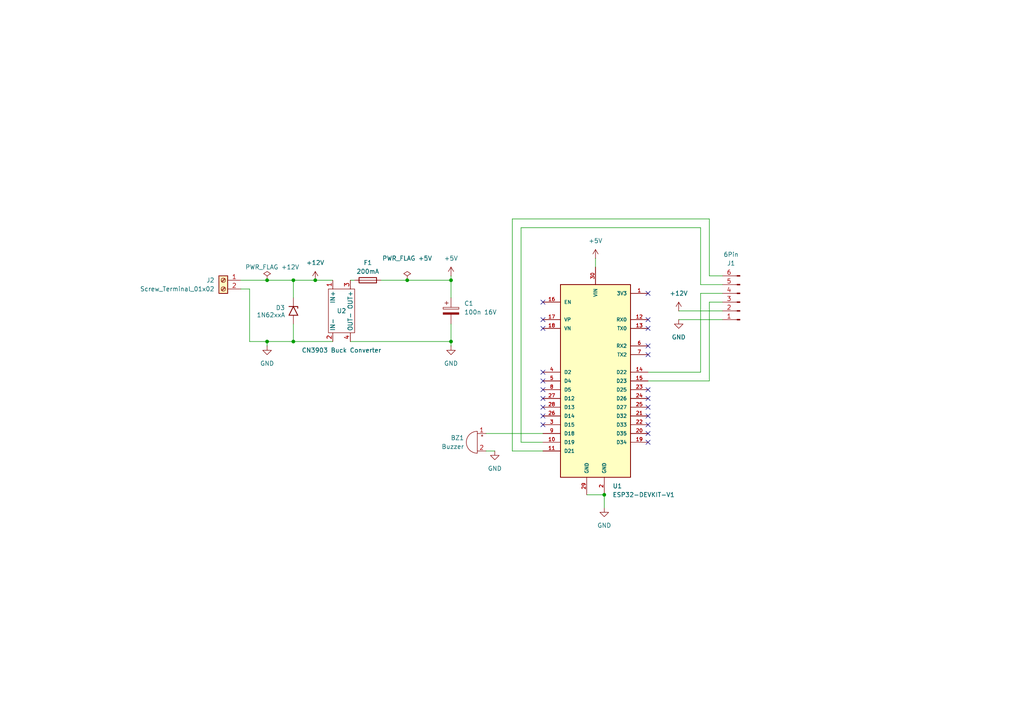
<source format=kicad_sch>
(kicad_sch (version 20231120) (generator "eeschema") (generator_version "8.0")
  (paper "A4")
  (title_block (title "OpenCan"))
  (lib_symbols
    (symbol "Connector:Conn_01x06_Pin" (pin_names (offset 1.016) hide)
      (property "Reference" "J" (at 0 7.62 0))
      (property "Value" "Conn_01x06_Pin" (at 0 -10.16 0))
      (symbol "Conn_01x06_Pin_1_1"
        (polyline (pts (xy 1.27 -7.62) (xy 0.8636 -7.62)) (stroke (width 0.1524)))
        (polyline (pts (xy 1.27 -5.08) (xy 0.8636 -5.08)) (stroke (width 0.1524)))
        (polyline (pts (xy 1.27 -2.54) (xy 0.8636 -2.54)) (stroke (width 0.1524)))
        (polyline (pts (xy 1.27 0) (xy 0.8636 0)) (stroke (width 0.1524)))
        (polyline (pts (xy 1.27 2.54) (xy 0.8636 2.54)) (stroke (width 0.1524)))
        (polyline (pts (xy 1.27 5.08) (xy 0.8636 5.08)) (stroke (width 0.1524)))
        (rectangle (start 0.8636 -7.493) (end 0 -7.747) (stroke (width 0.1524)) (fill (type outline)))
        (rectangle (start 0.8636 -4.953) (end 0 -5.207) (stroke (width 0.1524)) (fill (type outline)))
        (rectangle (start 0.8636 -2.413) (end 0 -2.667) (stroke (width 0.1524)) (fill (type outline)))
        (rectangle (start 0.8636 0.127) (end 0 -0.127) (stroke (width 0.1524)) (fill (type outline)))
        (rectangle (start 0.8636 2.667) (end 0 2.413) (stroke (width 0.1524)) (fill (type outline)))
        (rectangle (start 0.8636 5.207) (end 0 4.953) (stroke (width 0.1524)) (fill (type outline)))
        (pin passive line (at 5.08 5.08 180) (length 3.81) (name "Pin_1") (number "1"))
        (pin passive line (at 5.08 2.54 180) (length 3.81) (name "Pin_2") (number "2"))
        (pin passive line (at 5.08 0 180) (length 3.81) (name "Pin_3") (number "3"))
        (pin passive line (at 5.08 -2.54 180) (length 3.81) (name "Pin_4") (number "4"))
        (pin passive line (at 5.08 -5.08 180) (length 3.81) (name "Pin_5") (number "5"))
        (pin passive line (at 5.08 -7.62 180) (length 3.81) (name "Pin_6") (number "6"))
      )
    )
    (symbol "Connector:Screw_Terminal_01x02" (pin_names (offset 1.016) hide)
      (property "Reference" "J" (at 0 2.54 0))
      (property "Value" "Screw_Terminal_01x02" (at 0 -5.08 0))
      (symbol "Screw_Terminal_01x02_1_1"
        (rectangle (start -1.27 1.27) (end 1.27 -3.81) (stroke (width 0.254)) (fill (type background)))
        (circle (center 0 -2.54) (radius 0.635) (stroke (width 0.1524)))
        (polyline (pts (xy -0.5334 -2.2098) (xy 0.3302 -3.048)) (stroke (width 0.1524)))
        (polyline (pts (xy -0.5334 0.3302) (xy 0.3302 -0.508)) (stroke (width 0.1524)))
        (polyline (pts (xy -0.3556 -2.032) (xy 0.508 -2.8702)) (stroke (width 0.1524)))
        (polyline (pts (xy -0.3556 0.508) (xy 0.508 -0.3302)) (stroke (width 0.1524)))
        (circle (center 0 0) (radius 0.635) (stroke (width 0.1524)))
        (pin passive line (at -5.08 0 0) (length 3.81) (name "Pin_1") (number "1"))
        (pin passive line (at -5.08 -2.54 0) (length 3.81) (name "Pin_2") (number "2"))
      )
    )
    (symbol "Device:Buzzer" (pin_names (offset 0.0254) hide)
      (property "Reference" "BZ" (at 3.81 1.27 0))
      (property "Value" "Buzzer" (at 3.81 -1.27 0))
      (symbol "Buzzer_0_1"
        (arc (start 0 -3.175) (mid 3.1612 0) (end 0 3.175))
        (polyline (pts (xy -1.651 1.905) (xy -1.143 1.905)))
        (polyline (pts (xy -1.397 2.159) (xy -1.397 1.651)))
        (polyline (pts (xy 0 3.175) (xy 0 -3.175)))
      )
      (symbol "Buzzer_1_1"
        (pin passive line (at -2.54 2.54 0) (length 2.54) (name "+") (number "1"))
        (pin passive line (at -2.54 -2.54 0) (length 2.54) (name "-") (number "2"))
      )
    )
    (symbol "Device:C_Polarized" (pin_numbers hide) (pin_names (offset 0.254))
      (property "Reference" "C" (at 0.635 2.54 0))
      (property "Value" "C_Polarized" (at 0.635 -2.54 0))
      (symbol "C_Polarized_0_1"
        (rectangle (start -2.286 0.508) (end 2.286 1.016))
        (polyline (pts (xy -1.778 2.286) (xy -0.762 2.286)))
        (polyline (pts (xy -1.27 2.794) (xy -1.27 1.778)))
        (rectangle (start 2.286 -0.508) (end -2.286 -1.016) (fill (type outline)))
      )
      (symbol "C_Polarized_1_1"
        (pin passive line (at 0 3.81 270) (length 2.794) (name "~") (number "1"))
        (pin passive line (at 0 -3.81 90) (length 2.794) (name "~") (number "2"))
      )
    )
    (symbol "Device:Fuse" (pin_numbers hide) (pin_names (offset 0))
      (property "Reference" "F" (at 2.032 0 90))
      (property "Value" "Fuse" (at -1.905 0 90))
      (symbol "Fuse_0_1"
        (rectangle (start -0.762 -2.54) (end 0.762 2.54) (stroke (width 0.254)))
        (polyline (pts (xy 0 2.54) (xy 0 -2.54)))
      )
      (symbol "Fuse_1_1"
        (pin passive line (at 0 3.81 270) (length 1.27) (name "~") (number "1"))
        (pin passive line (at 0 -3.81 90) (length 1.27) (name "~") (number "2"))
      )
    )
    (symbol "Diode:1N62xxA" (pin_numbers hide) (pin_names (offset 1.016) hide)
      (property "Reference" "D" (at 0 2.54 0))
      (property "Value" "1N62xxA" (at 0 -2.54 0))
      (symbol "1N62xxA_0_1"
        (polyline (pts (xy -0.762 1.27) (xy -1.27 1.27) (xy -1.27 -1.27)) (stroke (width 0.254)))
        (polyline (pts (xy 1.27 1.27) (xy 1.27 -1.27) (xy -1.27 0) (xy 1.27 1.27)) (stroke (width 0.254)))
      )
      (symbol "1N62xxA_1_1"
        (pin passive line (at -3.81 0 0) (length 2.54) (name "A1") (number "1"))
        (pin passive line (at 3.81 0 180) (length 2.54) (name "A2") (number "2"))
      )
    )
    (symbol "ESP32-DEVKIT-V1:ESP32-DEVKIT-V1" (pin_names (offset 1.016))
      (property "Reference" "U" (at -0.762 39.116 0))
      (property "Value" "ESP32-DEVKIT-V1" (at -5.334 4.826 0))
      (symbol "ESP32-DEVKIT-V1_0_0"
        (rectangle (start -10.16 27.94) (end 10.16 -27.94) (stroke (width 0.254)) (fill (type background)))
        (pin output line (at 15.24 25.4 180) (length 5.08) (name "3V3") (number "1"))
        (pin bidirectional line (at -15.24 -17.78 0) (length 5.08) (name "D19") (number "10"))
        (pin bidirectional line (at -15.24 -20.32 0) (length 5.08) (name "D21") (number "11"))
        (pin input line (at 15.24 17.78 180) (length 5.08) (name "RX0") (number "12"))
        (pin output line (at 15.24 15.24 180) (length 5.08) (name "TX0") (number "13"))
        (pin bidirectional line (at 15.24 2.54 180) (length 5.08) (name "D22") (number "14"))
        (pin bidirectional line (at 15.24 0 180) (length 5.08) (name "D23") (number "15"))
        (pin input line (at -15.24 22.86 0) (length 5.08) (name "EN") (number "16"))
        (pin bidirectional line (at -15.24 17.78 0) (length 5.08) (name "VP") (number "17"))
        (pin bidirectional line (at -15.24 15.24 0) (length 5.08) (name "VN") (number "18"))
        (pin bidirectional line (at 15.24 -17.78 180) (length 5.08) (name "D34") (number "19"))
        (pin power_in line (at 2.54 -33.02 90) (length 5.08) (name "GND") (number "2"))
        (pin bidirectional line (at 15.24 -15.24 180) (length 5.08) (name "D35") (number "20"))
        (pin bidirectional line (at 15.24 -10.16 180) (length 5.08) (name "D32") (number "21"))
        (pin bidirectional line (at 15.24 -12.7 180) (length 5.08) (name "D33") (number "22"))
        (pin bidirectional line (at 15.24 -2.54 180) (length 5.08) (name "D25") (number "23"))
        (pin bidirectional line (at 15.24 -5.08 180) (length 5.08) (name "D26") (number "24"))
        (pin bidirectional line (at 15.24 -7.62 180) (length 5.08) (name "D27") (number "25"))
        (pin bidirectional line (at -15.24 -10.16 0) (length 5.08) (name "D14") (number "26"))
        (pin bidirectional line (at -15.24 -5.08 0) (length 5.08) (name "D12") (number "27"))
        (pin bidirectional line (at -15.24 -7.62 0) (length 5.08) (name "D13") (number "28"))
        (pin power_in line (at -2.54 -33.02 90) (length 5.08) (name "GND") (number "29"))
        (pin bidirectional line (at -15.24 -12.7 0) (length 5.08) (name "D15") (number "3"))
        (pin input line (at 0 33.02 270) (length 5.08) (name "VIN") (number "30"))
        (pin bidirectional line (at -15.24 2.54 0) (length 5.08) (name "D2") (number "4"))
        (pin bidirectional line (at -15.24 0 0) (length 5.08) (name "D4") (number "5"))
        (pin input line (at 15.24 10.16 180) (length 5.08) (name "RX2") (number "6"))
        (pin output line (at 15.24 7.62 180) (length 5.08) (name "TX2") (number "7"))
        (pin bidirectional line (at -15.24 -2.54 0) (length 5.08) (name "D5") (number "8"))
        (pin bidirectional line (at -15.24 -15.24 0) (length 5.08) (name "D18") (number "9"))
      )
    )
    (symbol "custom:cn3903_buck_converter"
      (property "Reference" "U" (at 0 0 0))
      (property "Value" "CN3903 Buck Converter" (at 0 21.082 0))
      (symbol "cn3903_buck_converter_0_1"
        (rectangle (start -3.81 6.35) (end 3.81 -6.35))
      )
      (symbol "cn3903_buck_converter_1_1"
        (pin power_in line (at -2.54 8.89 270) (length 2.54) (name "IN+") (number "1"))
        (pin power_in line (at -2.54 -8.89 90) (length 2.54) (name "IN-") (number "2"))
        (pin power_out line (at 2.54 8.89 270) (length 2.54) (name "OUT+") (number "3"))
        (pin power_out line (at 2.54 -8.89 90) (length 2.54) (name "OUT-") (number "4"))
      )
    )
    (symbol "power:+12V" (power) (pin_numbers hide) (pin_names (offset 0) hide)
      (property "Value" "+12V" (at 0 3.556 0))
      (symbol "+12V_0_1"
        (polyline (pts (xy -0.762 1.27) (xy 0 2.54)))
        (polyline (pts (xy 0 0) (xy 0 2.54)))
        (polyline (pts (xy 0 2.54) (xy 0.762 1.27)))
      )
      (symbol "+12V_1_1"
        (pin power_in line (at 0 0 90) (length 0) (name "~") (number "1"))
      )
    )
    (symbol "power:+5V" (power) (pin_numbers hide) (pin_names (offset 0) hide)
      (property "Value" "+5V" (at 0 3.556 0))
      (symbol "+5V_0_1"
        (polyline (pts (xy -0.762 1.27) (xy 0 2.54)))
        (polyline (pts (xy 0 0) (xy 0 2.54)))
        (polyline (pts (xy 0 2.54) (xy 0.762 1.27)))
      )
      (symbol "+5V_1_1"
        (pin power_in line (at 0 0 90) (length 0) (name "~") (number "1"))
      )
    )
    (symbol "power:GND" (power) (pin_numbers hide) (pin_names (offset 0) hide)
      (property "Value" "GND" (at 0 -3.81 0))
      (symbol "GND_0_1"
        (polyline (pts (xy 0 0) (xy 0 -1.27) (xy 1.27 -1.27) (xy 0 -2.54) (xy -1.27 -1.27) (xy 0 -1.27)))
      )
      (symbol "GND_1_1"
        (pin power_in line (at 0 0 270) (length 0) (name "~") (number "1"))
      )
    )
    (symbol "power:PWR_FLAG" (power) (pin_numbers hide) (pin_names (offset 0) hide)
      (property "Value" "PWR_FLAG" (at 0 3.81 0))
      (symbol "PWR_FLAG_0_0"
        (pin power_out line (at 0 0 90) (length 0) (name "~") (number "1"))
      )
      (symbol "PWR_FLAG_0_1"
        (polyline (pts (xy 0 0) (xy 0 1.27) (xy -1.016 1.905) (xy 0 2.54) (xy 1.016 1.905) (xy 0 1.27)))
      )
    )
  )
  (junction (at 85.09 99.06))
  (junction (at 130.81 99.06))
  (junction (at 91.44 81.28))
  (junction (at 77.47 99.06))
  (junction (at 85.09 81.28))
  (junction (at 175.26 143.51))
  (junction (at 118.11 81.28))
  (junction (at 130.81 81.28))
  (junction (at 77.47 81.28))
  (no_connect (at 187.96 102.87))
  (no_connect (at 157.48 107.95))
  (no_connect (at 187.96 95.25))
  (no_connect (at 157.48 123.19))
  (no_connect (at 187.96 115.57))
  (no_connect (at 187.96 85.09))
  (no_connect (at 187.96 118.11))
  (no_connect (at 187.96 128.27))
  (no_connect (at 157.48 113.03))
  (no_connect (at 157.48 87.63))
  (no_connect (at 157.48 118.11))
  (no_connect (at 187.96 120.65))
  (no_connect (at 187.96 113.03))
  (no_connect (at 157.48 115.57))
  (no_connect (at 187.96 123.19))
  (no_connect (at 187.96 100.33))
  (no_connect (at 157.48 110.49))
  (no_connect (at 157.48 120.65))
  (no_connect (at 157.48 95.25))
  (no_connect (at 187.96 125.73))
  (no_connect (at 157.48 92.71))
  (no_connect (at 187.96 92.71))
  (wire (pts (xy 151.13 66.04) (xy 151.13 128.27)))
  (wire (pts (xy 203.2 82.55) (xy 203.2 66.04)))
  (wire (pts (xy 130.81 81.28) (xy 130.81 86.36)))
  (wire (pts (xy 72.39 99.06) (xy 77.47 99.06)))
  (wire (pts (xy 85.09 81.28) (xy 85.09 86.36)))
  (wire (pts (xy 209.55 92.71) (xy 196.85 92.71)))
  (wire (pts (xy 91.44 81.28) (xy 96.52 81.28)))
  (wire (pts (xy 203.2 107.95) (xy 203.2 85.09)))
  (wire (pts (xy 143.51 130.81) (xy 140.97 130.81)))
  (wire (pts (xy 85.09 93.98) (xy 85.09 99.06)))
  (wire (pts (xy 209.55 82.55) (xy 203.2 82.55)))
  (wire (pts (xy 151.13 66.04) (xy 203.2 66.04)))
  (wire (pts (xy 205.74 87.63) (xy 209.55 87.63)))
  (wire (pts (xy 170.18 143.51) (xy 175.26 143.51)))
  (wire (pts (xy 101.6 99.06) (xy 130.81 99.06)))
  (wire (pts (xy 85.09 99.06) (xy 96.52 99.06)))
  (wire (pts (xy 187.96 107.95) (xy 203.2 107.95)))
  (wire (pts (xy 205.74 80.01) (xy 205.74 63.5)))
  (wire (pts (xy 77.47 99.06) (xy 85.09 99.06)))
  (wire (pts (xy 130.81 80.01) (xy 130.81 81.28)))
  (wire (pts (xy 110.49 81.28) (xy 118.11 81.28)))
  (wire (pts (xy 77.47 100.33) (xy 77.47 99.06)))
  (wire (pts (xy 187.96 110.49) (xy 205.74 110.49)))
  (wire (pts (xy 151.13 128.27) (xy 157.48 128.27)))
  (wire (pts (xy 118.11 81.28) (xy 130.81 81.28)))
  (wire (pts (xy 72.39 83.82) (xy 72.39 99.06)))
  (wire (pts (xy 203.2 85.09) (xy 209.55 85.09)))
  (wire (pts (xy 157.48 125.73) (xy 140.97 125.73)))
  (wire (pts (xy 157.48 130.81) (xy 148.59 130.81)))
  (wire (pts (xy 175.26 143.51) (xy 175.26 147.32)))
  (wire (pts (xy 148.59 63.5) (xy 205.74 63.5)))
  (wire (pts (xy 209.55 90.17) (xy 196.85 90.17)))
  (wire (pts (xy 77.47 81.28) (xy 85.09 81.28)))
  (wire (pts (xy 205.74 110.49) (xy 205.74 87.63)))
  (wire (pts (xy 130.81 93.98) (xy 130.81 99.06)))
  (wire (pts (xy 101.6 81.28) (xy 102.87 81.28)))
  (wire (pts (xy 148.59 130.81) (xy 148.59 63.5)))
  (wire (pts (xy 209.55 80.01) (xy 205.74 80.01)))
  (wire (pts (xy 69.85 83.82) (xy 72.39 83.82)))
  (wire (pts (xy 172.72 74.93) (xy 172.72 77.47)))
  (wire (pts (xy 85.09 81.28) (xy 91.44 81.28)))
  (wire (pts (xy 69.85 81.28) (xy 77.47 81.28)))
  (wire (pts (xy 130.81 100.33) (xy 130.81 99.06)))
  (symbol (lib_id "custom:cn3903_buck_converter") (at 99.06 90.17 0) (unit 1)
    (property "Reference" "U2" (at 99.06 90.17 0))
    (property "Value" "CN3903 Buck Converter" (at 99.06 101.6 0))
    (property "Footprint" "custom:cn3903_buck_converter" (effects (hide yes)))
  )
  (symbol (lib_id "power:GND") (at 130.81 100.33 0) (unit 1)
    (property "Reference" "#PWR1" (effects (hide yes)))
    (property "Value" "GND" (at 130.81 105.41 0))
    (property "Description" "Power symbol creates a global label with name \"GND\" , ground" (effects (hide yes)))
  )
  (symbol (lib_id "ESP32-DEVKIT-V1:ESP32-DEVKIT-V1") (at 172.72 110.49 0) (unit 1)
    (property "Reference" "U1" (at 179.07 140.97 0))
    (property "Value" "ESP32-DEVKIT-V1" (at 186.69 143.51 0))
    (property "Footprint" "ESP32_30pin:esp32_30pin" (effects (hide yes)))
  )
  (symbol (lib_id "power:GND") (at 175.26 147.32 0) (unit 1)
    (property "Reference" "#PWR6" (effects (hide yes)))
    (property "Value" "GND" (at 175.26 152.4 0))
    (property "Description" "Power symbol creates a global label with name \"GND\" , ground" (effects (hide yes)))
  )
  (symbol (lib_id "power:GND") (at 196.85 92.71 0) (unit 1)
    (property "Reference" "#PWR7" (effects (hide yes)))
    (property "Value" "GND" (at 196.85 97.79 0))
    (property "Description" "Power symbol creates a global label with name \"GND\" , ground" (effects (hide yes)))
  )
  (symbol (lib_id "Connector:Screw_Terminal_01x02") (at 64.77 81.28 0) (mirror y) (unit 1)
    (property "Reference" "J2" (at 62.23 81.2799 0) (effects (justify left)))
    (property "Value" "Screw_Terminal_01x02" (at 62.23 83.8199 0) (effects (justify left)))
    (property "Footprint" "custom:screw_terminal_2pin" (effects (hide yes)))
    (property "Description" "Generic screw terminal, single row, 01x02, script generated (kicad-library-utils/schlib/autogen/connector/)" (effects (hide yes)))
  )
  (symbol (lib_id "Connector:Conn_01x06_Pin") (at 214.63 87.63 180) (unit 1)
    (property "Reference" "J1" (at 212.0489 76.3574 0))
    (property "Value" "6Pin" (at 212.0489 73.8174 0))
    (property "Footprint" "custom:pin_connector_6pin" (effects (hide yes)))
    (property "Description" "Generic connector, single row, 01x06, script generated" (effects (hide yes)))
  )
  (symbol (lib_id "Diode:1N62xxA") (at 85.09 90.17 270) (unit 1)
    (property "Reference" "D3" (at 79.9625 89.2649 90) (effects (justify left)))
    (property "Value" "1N62xxA" (at 74.4095 91.3604 90) (effects (justify left)))
    (property "Footprint" "Diode_THT:D_DO-201AE_P15.24mm_Horizontal" (effects (hide yes)))
    (property "Datasheet" "https://www.vishay.com/docs/88301/15ke.pdf" (effects (hide yes)))
    (property "Description" "1500W unidirectional TRANSZORB® Transient Voltage Suppressor, DO-201AE" (effects (hide yes)))
  )
  (symbol (lib_id "Device:Buzzer") (at 138.43 128.27 0) (mirror y) (unit 1)
    (property "Reference" "BZ1" (at 134.62 126.9999 0) (effects (justify left)))
    (property "Value" "Buzzer" (at 134.62 129.5399 0) (effects (justify left)))
    (property "Footprint" "custom:buzzer" (effects (hide yes)))
    (property "Description" "Buzzer, polarized" (effects (hide yes)))
  )
  (symbol (lib_id "Device:Fuse") (at 106.68 81.28 90) (mirror x) (unit 1)
    (property "Reference" "F1" (at 106.68 76.2 90))
    (property "Value" "200mA" (at 106.68 78.74 90))
    (property "Footprint" "custom:fuse_clamp" (effects (hide yes)))
    (property "Description" "Fuse" (effects (hide yes)))
  )
  (symbol (lib_id "power:+5V") (at 172.72 74.93 0) (unit 1)
    (property "Reference" "#PWR5" (effects (hide yes)))
    (property "Value" "+5V" (at 172.72 69.85 0))
    (property "Description" "Power symbol creates a global label with name \"+5V\"" (effects (hide yes)))
  )
  (symbol (lib_id "power:+5V") (at 130.81 80.01 0) (unit 1)
    (property "Reference" "#PWR2" (effects (hide yes)))
    (property "Value" "+5V" (at 130.81 74.93 0))
    (property "Description" "Power symbol creates a global label with name \"+5V\"" (effects (hide yes)))
  )
  (symbol (lib_id "power:GND") (at 77.47 100.33 0) (unit 1)
    (property "Reference" "#PWR3" (effects (hide yes)))
    (property "Value" "GND" (at 77.47 105.41 0))
    (property "Description" "Power symbol creates a global label with name \"GND\" , ground" (effects (hide yes)))
  )
  (symbol (lib_id "power:PWR_FLAG") (at 118.11 81.28 0) (unit 1)
    (property "Reference" "#FLG2" (effects (hide yes)))
    (property "Value" "PWR_FLAG +5V" (at 118.11 74.93 0))
    (property "Description" "Special symbol for telling ERC where power comes from" (effects (hide yes)))
  )
  (symbol (lib_id "power:+12V") (at 91.44 81.28 0) (unit 1)
    (property "Reference" "#PWR9" (effects (hide yes)))
    (property "Value" "+12V" (at 91.44 76.2 0))
    (property "Description" "Power symbol creates a global label with name \"+12V\"" (effects (hide yes)))
  )
  (symbol (lib_id "power:+12V") (at 196.85 90.17 0) (unit 1)
    (property "Reference" "#PWR10" (effects (hide yes)))
    (property "Value" "+12V" (at 196.85 85.09 0))
    (property "Description" "Power symbol creates a global label with name \"+12V\"" (effects (hide yes)))
  )
  (symbol (lib_id "power:GND") (at 143.51 130.81 0) (unit 1)
    (property "Reference" "#PWR4" (effects (hide yes)))
    (property "Value" "GND" (at 143.51 135.89 0))
    (property "Description" "Power symbol creates a global label with name \"GND\" , ground" (effects (hide yes)))
  )
  (symbol (lib_id "power:PWR_FLAG") (at 77.47 81.28 0) (unit 1)
    (property "Reference" "#FLG1" (effects (hide yes)))
    (property "Value" "PWR_FLAG +12V" (at 71.12 77.47 0) (effects (justify left)))
    (property "Description" "Special symbol for telling ERC where power comes from" (effects (hide yes)))
  )
  (symbol (lib_id "Device:C_Polarized") (at 130.81 90.17 0) (unit 1)
    (property "Reference" "C1" (at 134.62 88.0109 0) (effects (justify left)))
    (property "Value" "100n 16V" (at 134.62 90.5509 0) (effects (justify left)))
    (property "Footprint" "Capacitor_THT:CP_Radial_D6.3mm_P2.50mm" (effects (hide yes)))
    (property "Description" "Polarized capacitor" (effects (hide yes)))
  )
)
</source>
